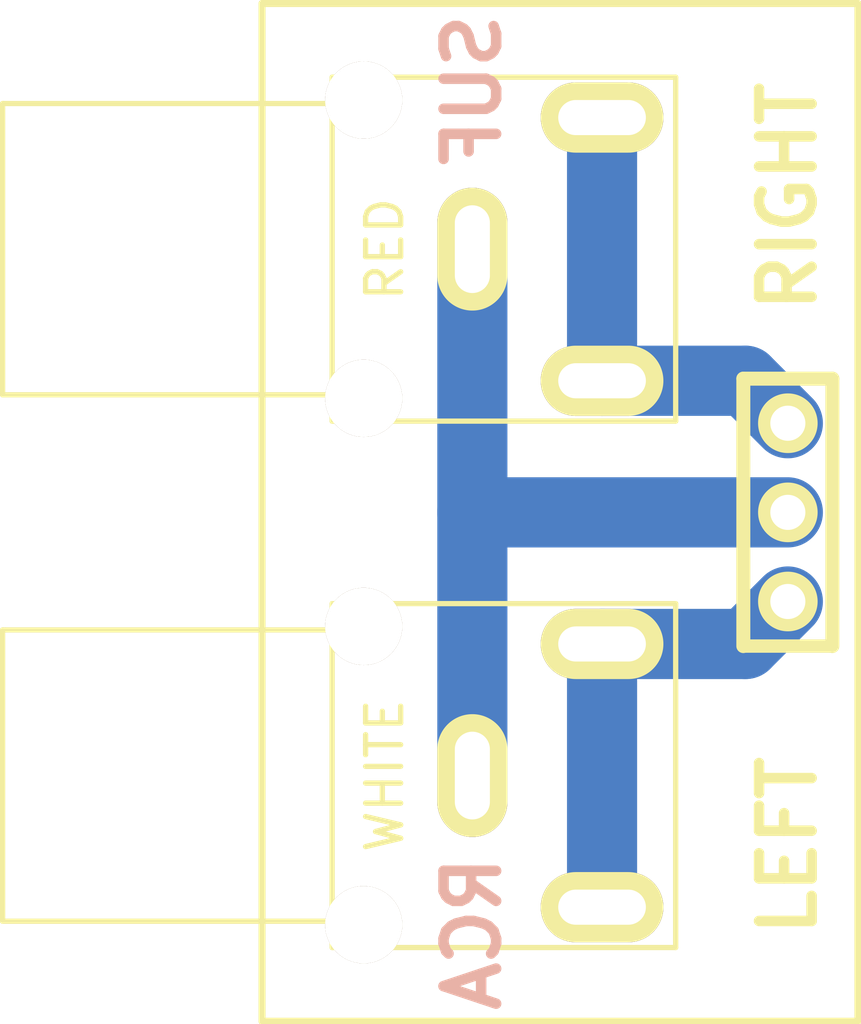
<source format=kicad_pcb>
(kicad_pcb (version 20241229) (generator "pcbnew") (generator_version "9.0")
  (layers (0 "F.Cu" signal) (2 "B.Cu" signal) (13 "F.Paste" user) (15 "B.Paste" user) (5 "F.SilkS" user) (7 "B.SilkS" user) (1 "F.Mask" user) (3 "B.Mask" user) (25 "Edge.Cuts" user))
  (net 0 "")
  (footprint "RCAS-32" (layer "F.Cu") (at 52 57)
    (property "Reference" "RCAS-32" (hide yes))
    (property "Value" "RED" (at 1.5 0 90) (layer "F.SilkS"))
    (fp_line (start -9.4 -4.15) (end -9.4 4.15) (stroke (width 0.15)) (layer "F.SilkS"))
    (fp_line (start -9.4 4.15) (end 0 4.15) (stroke (width 0.15)) (layer "F.SilkS"))
    (fp_line (start 0 -4.9) (end 0 4.9) (stroke (width 0.15)) (layer "F.SilkS"))
    (fp_line (start 0 -4.15) (end -9.4 -4.15) (stroke (width 0.15)) (layer "F.SilkS"))
    (fp_line (start 0 4.9) (end 9.8 4.9) (stroke (width 0.15)) (layer "F.SilkS"))
    (fp_line (start 9.8 -4.9) (end 0 -4.9) (stroke (width 0.15)) (layer "F.SilkS"))
    (fp_line (start 9.8 4.9) (end 9.8 -4.9) (stroke (width 0.15)) (layer "F.SilkS"))
    (pad "" thru_hole circle (at 0.9 -4.25) (size 2.2 2.2) (drill 2.2) (layers "*.Cu" "*.Mask" "F.SilkS"))
    (pad "" thru_hole circle (at 0.9 4.25) (size 2.2 2.2) (drill 2.2) (layers "*.Cu" "*.Mask" "F.SilkS"))
    (pad "1" thru_hole oval (at 4 0) (size 2 3.5) (drill oval 1 2.5) (layers "*.Cu" "*.Mask" "F.SilkS"))
    (pad "2" thru_hole oval (at 7.7 -3.75) (size 3.5 2) (drill oval 2.5 1) (layers "*.Cu" "*.Mask" "F.SilkS"))
    (pad "2" thru_hole oval (at 7.7 3.75) (size 3.5 2) (drill oval 2.5 1) (layers "*.Cu" "*.Mask" "F.SilkS"))
  )
  (footprint "RCAS-32" (layer "F.Cu") (at 52 72)
    (property "Reference" "RCAS-32" (hide yes))
    (property "Value" "WHITE" (at 1.5 0 90) (layer "F.SilkS"))
    (fp_line (start -9.4 -4.15) (end -9.4 4.15) (stroke (width 0.15)) (layer "F.SilkS"))
    (fp_line (start -9.4 4.15) (end 0 4.15) (stroke (width 0.15)) (layer "F.SilkS"))
    (fp_line (start 0 -4.9) (end 0 4.9) (stroke (width 0.15)) (layer "F.SilkS"))
    (fp_line (start 0 -4.15) (end -9.4 -4.15) (stroke (width 0.15)) (layer "F.SilkS"))
    (fp_line (start 0 4.9) (end 9.8 4.9) (stroke (width 0.15)) (layer "F.SilkS"))
    (fp_line (start 9.8 -4.9) (end 0 -4.9) (stroke (width 0.15)) (layer "F.SilkS"))
    (fp_line (start 9.8 4.9) (end 9.8 -4.9) (stroke (width 0.15)) (layer "F.SilkS"))
    (pad "" thru_hole circle (at 0.9 -4.25) (size 2.2 2.2) (drill 2.2) (layers "*.Cu" "*.Mask" "F.SilkS"))
    (pad "" thru_hole circle (at 0.9 4.25) (size 2.2 2.2) (drill 2.2) (layers "*.Cu" "*.Mask" "F.SilkS"))
    (pad "1" thru_hole oval (at 4 0) (size 2 3.5) (drill oval 1 2.5) (layers "*.Cu" "*.Mask" "F.SilkS"))
    (pad "2" thru_hole oval (at 7.7 -3.75) (size 3.5 2) (drill oval 2.5 1) (layers "*.Cu" "*.Mask" "F.SilkS"))
    (pad "2" thru_hole oval (at 7.7 3.75) (size 3.5 2) (drill oval 2.5 1) (layers "*.Cu" "*.Mask" "F.SilkS"))
  )
  (footprint "HDR-3" (layer "F.Cu") (at 65 64.5 90)
    (property "Reference" "HDR-3" (hide yes))
    (property "Value" "VAL**" (hide yes))
    (fp_line (start 3.81 -1.27) (end 3.81 1.27) (stroke (width 0.39878)) (layer "F.SilkS"))
    (fp_line (start -3.81 -1.27) (end 3.81 -1.27) (stroke (width 0.39878)) (layer "F.SilkS"))
    (fp_line (start -3.81 -1.27) (end -3.81 1.27) (stroke (width 0.381)) (layer "F.SilkS"))
    (fp_line (start -3.81 1.27) (end 3.81 1.27) (stroke (width 0.39878)) (layer "F.SilkS"))
    (pad "1" thru_hole circle (at -2.54 0 90) (size 1.69926 1.69926) (drill 1.00076) (layers "*.Cu" "*.Mask" "F.SilkS"))
    (pad "2" thru_hole circle (at 0 0 90) (size 1.69926 1.69926) (drill 1.00076) (layers "*.Cu" "*.Mask" "F.SilkS"))
    (pad "3" thru_hole circle (at 2.54 0 90) (size 1.69926 1.69926) (drill 1.00076) (layers "*.Cu" "*.Mask" "F.SilkS"))
  )
  (gr_line (start 50 79) (end 67 79) (stroke (width 0.2)) (layer "F.SilkS"))
  (gr_line (start 50 50) (end 50 79) (stroke (width 0.2)) (layer "F.SilkS"))
  (gr_line (start 67 50) (end 50 50) (stroke (width 0.2)) (layer "F.SilkS"))
  (gr_line (start 67 79) (end 67 50) (stroke (width 0.2)) (layer "F.SilkS"))
  (gr_text "LEFT" (at 65 74 90) (layer "F.SilkS") (effects (font (size 1.5 1.5) (thickness 0.3))))
  (gr_text "RIGHT" (at 65 55.5 90) (layer "F.SilkS") (effects (font (size 1.5 1.5) (thickness 0.3))))
  (gr_text "SUF" (at 56 52.5 90) (layer "B.SilkS") (effects (font (size 1.5 1.5) (thickness 0.3)) (justify mirror)))
  (gr_text "RCA" (at 56 76.5 90) (layer "B.SilkS") (effects (font (size 1.5 1.5) (thickness 0.3)) (justify mirror)))
  (segment (start 56 64.5) (end 56 72) (width 2) (layer "B.Cu") (net 0))
  (segment (start 63.79 68.25) (end 65 67.04) (width 2) (layer "B.Cu") (net 0))
  (segment (start 63.79 60.75) (end 65 61.96) (width 2) (layer "B.Cu") (net 0))
  (segment (start 59.7 60.75) (end 63.79 60.75) (width 2) (layer "B.Cu") (net 0))
  (segment (start 59.7 53.25) (end 59.7 60.75) (width 2) (layer "B.Cu") (net 0))
  (segment (start 56 57) (end 56 64.5) (width 2) (layer "B.Cu") (net 0))
  (segment (start 59.7 68.25) (end 63.79 68.25) (width 2) (layer "B.Cu") (net 0))
  (segment (start 59.7 68.25) (end 59.7 75.75) (width 2) (layer "B.Cu") (net 0))
  (segment (start 65 64.5) (end 56 64.5) (width 2) (layer "B.Cu") (net 0))
)
</source>
